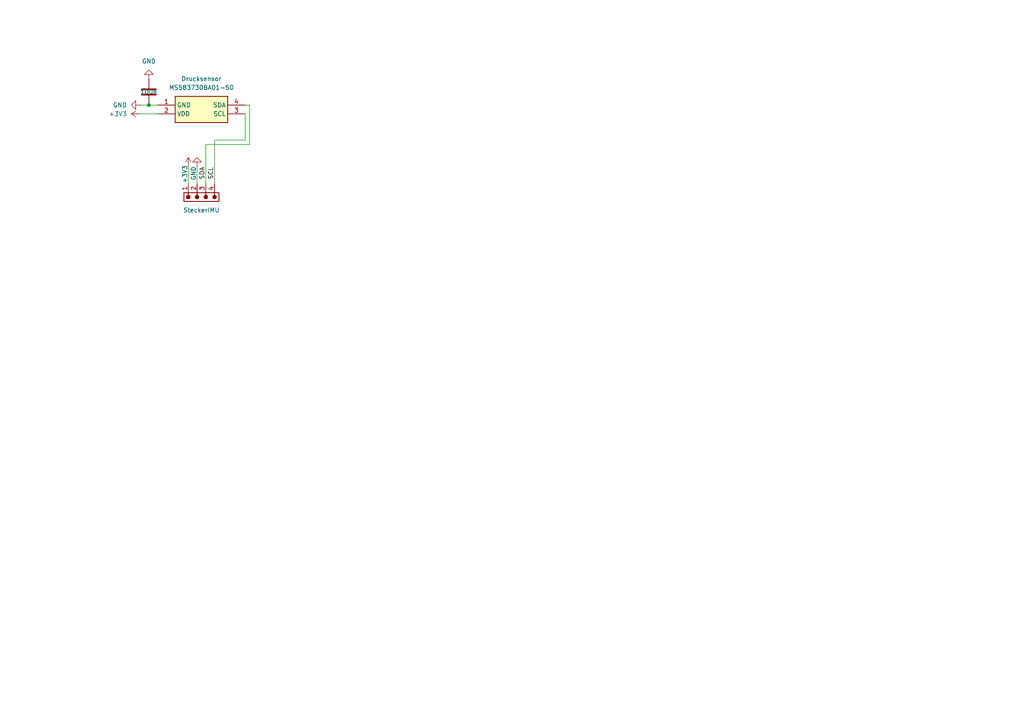
<source format=kicad_sch>
(kicad_sch (version 20250114) (generator "eeschema") (generator_version "9.0")
  (paper "A4")
  (lib_symbols
    (symbol "Connector_Wurth_WR-WTB:61900411021" (pin_names (hide yes))
      (property "Reference" "J" (at 0 5.08 0))
      (symbol "61900411021_1_1"
        (rectangle (start -5.08 1.27) (end 5.08 -1.27) (stroke (width 0.254)))
        (circle (center -3.81 0) (radius 0.508) (stroke (width 0.254)) (fill (type outline)))
        (polyline (pts (xy -3.81 -0.508) (xy -3.81 -1.27)) (stroke (width 0.254)))
        (circle (center -1.27 0) (radius 0.508) (stroke (width 0.254)) (fill (type outline)))
        (polyline (pts (xy -1.27 -0.508) (xy -1.27 -1.27)) (stroke (width 0.254)))
        (circle (center 1.27 0) (radius 0.508) (stroke (width 0.254)) (fill (type outline)))
        (polyline (pts (xy 1.27 -0.508) (xy 1.27 -1.27)) (stroke (width 0.254)))
        (circle (center 3.81 0) (radius 0.508) (stroke (width 0.254)) (fill (type outline)))
        (polyline (pts (xy 3.81 -0.508) (xy 3.81 -1.27)) (stroke (width 0.254)))
        (pin passive line (at -3.81 -3.81 90) (length 2.54) (name "4") (number "4"))
        (pin passive line (at -1.27 -3.81 90) (length 2.54) (name "3") (number "3"))
        (pin passive line (at 1.27 -3.81 90) (length 2.54) (name "2") (number "2"))
        (pin passive line (at 3.81 -3.81 90) (length 2.54) (name "1") (number "1"))
      )
    )
    (symbol "Device:C" (pin_numbers (hide yes)) (pin_names (offset 0.254))
      (property "Reference" "C" (at 0.635 2.54 0))
      (property "Value" "C" (at 0.635 -2.54 0))
      (symbol "C_0_1"
        (polyline (pts (xy -2.032 0.762) (xy 2.032 0.762)) (stroke (width 0.508)))
        (polyline (pts (xy -2.032 -0.762) (xy 2.032 -0.762)) (stroke (width 0.508)))
      )
      (symbol "C_1_1"
        (pin passive line (at 0 3.81 270) (length 2.794) (name "~") (number "1"))
        (pin passive line (at 0 -3.81 90) (length 2.794) (name "~") (number "2"))
      )
    )
    (symbol "SamacSys_Parts:MS583730BA01-50"
      (property "Reference" "IC" (at 21.59 7.62 0))
      (property "Value" "MS583730BA01-50" (at 21.59 5.08 0))
      (symbol "MS583730BA01-50_1_1"
        (rectangle (start 5.08 2.54) (end 20.32 -5.08) (stroke (width 0.254)) (fill (type background)))
        (pin passive line (at 0 0 0) (length 5.08) (name "GND") (number "1"))
        (pin passive line (at 0 -2.54 0) (length 5.08) (name "VDD") (number "2"))
        (pin passive line (at 25.4 0 180) (length 5.08) (name "SDA") (number "4"))
        (pin passive line (at 25.4 -2.54 180) (length 5.08) (name "SCL") (number "3"))
      )
    )
    (symbol "power:+3V3" (power) (pin_numbers (hide yes)) (pin_names (offset 0) (hide yes))
      (property "Value" "+3V3" (at 0 3.556 0))
      (symbol "+3V3_0_1"
        (polyline (pts (xy -0.762 1.27) (xy 0 2.54)))
        (polyline (pts (xy 0 2.54) (xy 0.762 1.27)))
        (polyline (pts (xy 0 0) (xy 0 2.54)))
      )
      (symbol "+3V3_1_1"
        (pin power_in line (at 0 0 90) (length 0) (name "~") (number "1"))
      )
    )
    (symbol "power:GND" (power) (pin_numbers (hide yes)) (pin_names (offset 0) (hide yes))
      (property "Value" "GND" (at 0 -3.81 0))
      (symbol "GND_0_1"
        (polyline (pts (xy 0 0) (xy 0 -1.27) (xy 1.27 -1.27) (xy 0 -2.54) (xy -1.27 -1.27) (xy 0 -1.27)))
      )
      (symbol "GND_1_1"
        (pin power_in line (at 0 0 270) (length 0) (name "~") (number "1"))
      )
    )
  )
  (junction (at 43.18 30.48))
  (wire (pts (xy 59.69 41.91) (xy 59.69 53.34)))
  (wire (pts (xy 71.12 40.64) (xy 62.23 40.64)))
  (wire (pts (xy 54.61 48.26) (xy 54.61 53.34)))
  (wire (pts (xy 59.69 41.91) (xy 72.39 41.91)))
  (wire (pts (xy 71.12 30.48) (xy 72.39 30.48)))
  (wire (pts (xy 40.64 33.02) (xy 45.72 33.02)))
  (wire (pts (xy 40.64 30.48) (xy 43.18 30.48)))
  (wire (pts (xy 57.15 48.26) (xy 57.15 53.34)))
  (wire (pts (xy 43.18 30.48) (xy 45.72 30.48)))
  (wire (pts (xy 62.23 40.64) (xy 62.23 53.34)))
  (wire (pts (xy 71.12 33.02) (xy 71.12 40.64)))
  (wire (pts (xy 72.39 30.48) (xy 72.39 41.91)))
  (label "SCL" (at 62.23 52.07 90))
  (label "SDA" (at 59.69 52.07 90))
  (symbol (lib_id "Device:C") (at 43.18 26.67 0) (unit 1)
    (property "Reference" "C4" (effects (hide yes)))
    (property "Value" "100n" (at 40.64 26.67 0) (effects (justify left)))
    (property "Description" "Unpolarized capacitor" (effects (hide yes)))
  )
  (symbol (lib_id "power:+3V3") (at 54.61 48.26 0) (unit 1)
    (property "Reference" "#PWR018" (effects (hide yes)))
    (property "Value" "+3V3" (at 53.594 50.546 90))
    (property "Description" "Power symbol creates a global label with name \"+3V3\"" (effects (hide yes)))
  )
  (symbol (lib_id "power:GND") (at 57.15 48.26 180) (unit 1)
    (property "Reference" "#PWR021" (effects (hide yes)))
    (property "Value" "GND" (at 56.134 50.292 90))
    (property "Description" "Power symbol creates a global label with name \"GND\" , ground" (effects (hide yes)))
  )
  (symbol (lib_id "power:+3V3") (at 40.64 33.02 90) (unit 1)
    (property "Reference" "#PWR019" (effects (hide yes)))
    (property "Value" "+3V3" (at 36.83 33.0199 90) (effects (justify left)))
    (property "Description" "Power symbol creates a global label with name \"+3V3\"" (effects (hide yes)))
  )
  (symbol (lib_id "power:GND") (at 43.18 22.86 180) (unit 1)
    (property "Reference" "#PWR022" (effects (hide yes)))
    (property "Value" "GND" (at 43.18 17.78 0))
    (property "Description" "Power symbol creates a global label with name \"GND\" , ground" (effects (hide yes)))
  )
  (symbol (lib_id "Connector_Wurth_WR-WTB:61900411021") (at 58.42 57.15 180) (unit 1)
    (property "Reference" "SteckerIMU" (at 58.42 60.96 0))
    (property "Value" "61900411021" (effects (hide yes)))
    (property "Footprint" "Connector_THT_Wurth:J_Wurth_WR-WTB_61900411021" (effects (hide yes)))
    (property "Datasheet" "https://www.we-online.com/en/components/products/datasheet/61900411021?ki" (effects (hide yes)))
    (property "Description" "2.54 mm Male Right Angled Locking Header Bottom Locking" (effects (hide yes)))
    (property "Manufacturer" "Wurth Elektronik" (effects (hide yes)))
    (property "Manufacturer URL" "https://www.we-online.com" (effects (hide yes)))
    (property "Match Code" "WR-WTB" (effects (hide yes)))
    (property "Pins (pcs)" "4" (effects (hide yes)))
    (property "Pitch (mm)" "2.54" (effects (hide yes)))
    (property "Gender" "Male" (effects (hide yes)))
    (property "Type" "Right Angled Bottom Locking" (effects (hide yes)))
    (property "Mounting Technology" "THT" (effects (hide yes)))
    (property "Working Voltage (V (AC))" "250" (effects (hide yes)))
    (property "PCB/Cable/Panel" "PCB" (effects (hide yes)))
    (property "Contact Resistance (mΩ)" "20" (effects (hide yes)))
    (property "Tol. R" "max." (effects (hide yes)))
    (property "L (mm)" "10.16" (effects (hide yes)))
  )
  (symbol (lib_id "SamacSys_Parts:MS583730BA01-50") (at 45.72 30.48 0) (unit 1)
    (property "Reference" "Drucksensor" (at 58.42 22.86 0))
    (property "Value" "MS583730BA01-50" (at 58.42 25.4 0))
    (property "Footprint" "MS583730BA0150" (effects (hide yes)))
    (property "Datasheet" "https://www.te.com/commerce/DocumentDelivery/DDEController?Action=srchrtrv&DocNm=MS5837-30BA&DocType=Data%20Sheet&DocLang=English&PartCntxt=MS583730BA01-50&DocFormat=pdf" (effects (hide yes)))
    (property "Description" "Dimensions: Dimensions 3.3 x 3.3 x 2.75 MM | Dimensions .11 x .11 x 0.03 INCH | Electrical Characteristics: Board Level Pressure Sensor Supply Voltage 1.5  3.6 V | Operation/Application: Proof Pressure Range 50 bar | Board Level Pressure Sensor Accuracy +/-1.5mbar | Output Interface I2C | Output/Span 24 bit ADC | Resolution .2 | Pressure 30000 MBAR | Packaging Features: Board Level Pressure Sensor Package Surface Mountable | Product Type Features: Board Level Pressure Sensor Type Digital Pressure and Alti" (effects (hide yes)))
    (property "Manufacturer_Name" "TE Connectivity" (effects (hide yes)))
    (property "Manufacturer_Part_Number" "MS583730BA01-50" (effects (hide yes)))
    (property "Mouser Part Number" "824-MS583730BA01-50" (effects (hide yes)))
    (property "Mouser Price/Stock" "https://www.mouser.co.uk/ProductDetail/Measurement-Specialties/MS583730BA01-50?qs=SvmF4ZFxmIz%2F53mFym%252BZPQ%3D%3D" (effects (hide yes)))
    (property "Arrow Part Number" "MS583730BA01-50" (effects (hide yes)))
    (property "Arrow Price/Stock" "https://www.arrow.com/en/products/ms583730ba01-50/te-connectivity?utm_currency=USD&region=nac" (effects (hide yes)))
  )
  (symbol (lib_id "power:GND") (at 40.64 30.48 270) (unit 1)
    (property "Reference" "#PWR020" (effects (hide yes)))
    (property "Value" "GND" (at 36.83 30.4799 90) (effects (justify right)))
    (property "Description" "Power symbol creates a global label with name \"GND\" , ground" (effects (hide yes)))
  )
)
</source>
